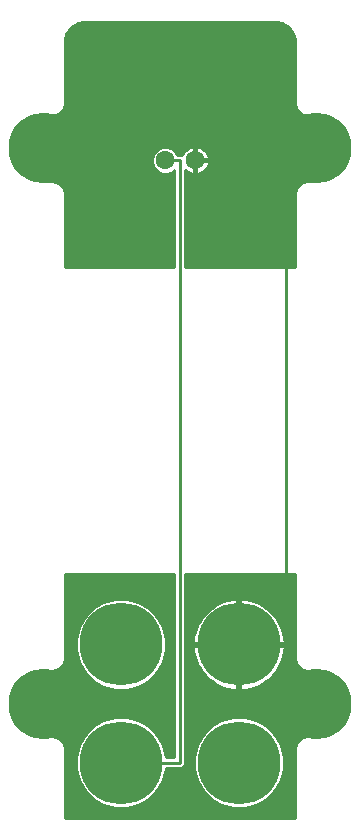
<source format=gbl>
G75*
%MOIN*%
%OFA0B0*%
%FSLAX24Y24*%
%IPPOS*%
%LPD*%
%AMOC8*
5,1,8,0,0,1.08239X$1,22.5*
%
%ADD10C,0.2756*%
%ADD11C,0.0630*%
%ADD12C,0.0100*%
%ADD13C,0.2362*%
D10*
X004874Y003300D03*
X004874Y007237D03*
X008811Y007237D03*
X008811Y003300D03*
D11*
X007351Y023378D03*
X006351Y023378D03*
D12*
X001661Y004415D02*
X001904Y004275D01*
X002175Y004203D01*
X002315Y004193D01*
X002612Y004193D01*
X002795Y004117D01*
X002936Y003977D01*
X003012Y003793D01*
X003012Y001437D01*
X010674Y001437D01*
X010674Y003793D01*
X010750Y003977D01*
X010890Y004117D01*
X011074Y004193D01*
X011370Y004193D01*
X011511Y004203D01*
X011782Y004275D01*
X012025Y004415D01*
X012223Y004614D01*
X012363Y004857D01*
X012436Y005128D01*
X012436Y005408D01*
X012363Y005679D01*
X012223Y005922D01*
X012025Y006121D01*
X011782Y006261D01*
X011511Y006334D01*
X011370Y006343D01*
X011074Y006343D01*
X010890Y006419D01*
X010750Y006560D01*
X010674Y006743D01*
X010674Y009599D01*
X007023Y009599D01*
X007023Y003225D01*
X006917Y003120D01*
X006382Y003120D01*
X006382Y003101D01*
X006280Y002718D01*
X006081Y002374D01*
X005800Y002093D01*
X005456Y001894D01*
X005073Y001792D01*
X004676Y001792D01*
X004292Y001894D01*
X003949Y002093D01*
X003668Y002374D01*
X003469Y002718D01*
X003366Y003101D01*
X003366Y003498D01*
X003469Y003882D01*
X003668Y004226D01*
X003949Y004506D01*
X004292Y004705D01*
X004676Y004808D01*
X005073Y004808D01*
X005456Y004705D01*
X005800Y004506D01*
X006081Y004226D01*
X006280Y003882D01*
X006382Y003498D01*
X006382Y003480D01*
X006663Y003480D01*
X006663Y009599D01*
X003012Y009599D01*
X003012Y006743D01*
X002936Y006560D01*
X002795Y006419D01*
X002612Y006343D01*
X002315Y006343D01*
X002175Y006334D01*
X001904Y006261D01*
X001661Y006121D01*
X001463Y005922D01*
X001322Y005679D01*
X001250Y005408D01*
X001250Y005128D01*
X001322Y004857D01*
X001463Y004614D01*
X001661Y004415D01*
X001714Y004385D02*
X003827Y004385D01*
X003729Y004286D02*
X001884Y004286D01*
X001593Y004483D02*
X003926Y004483D01*
X004080Y004582D02*
X001495Y004582D01*
X001424Y004680D02*
X004250Y004680D01*
X004569Y004779D02*
X001367Y004779D01*
X001317Y004877D02*
X006663Y004877D01*
X006663Y004779D02*
X005180Y004779D01*
X005499Y004680D02*
X006663Y004680D01*
X006663Y004582D02*
X005669Y004582D01*
X005823Y004483D02*
X006663Y004483D01*
X006663Y004385D02*
X005922Y004385D01*
X006020Y004286D02*
X006663Y004286D01*
X006663Y004188D02*
X006103Y004188D01*
X006160Y004089D02*
X006663Y004089D01*
X006663Y003991D02*
X006217Y003991D01*
X006273Y003892D02*
X006663Y003892D01*
X006663Y003794D02*
X006303Y003794D01*
X006330Y003695D02*
X006663Y003695D01*
X006663Y003597D02*
X006356Y003597D01*
X006382Y003498D02*
X006663Y003498D01*
X006843Y003300D02*
X004874Y003300D01*
X004556Y001824D02*
X003012Y001824D01*
X003012Y001922D02*
X004244Y001922D01*
X004073Y002021D02*
X003012Y002021D01*
X003012Y002119D02*
X003922Y002119D01*
X003824Y002218D02*
X003012Y002218D01*
X003012Y002316D02*
X003725Y002316D01*
X003644Y002415D02*
X003012Y002415D01*
X003012Y002513D02*
X003587Y002513D01*
X003530Y002612D02*
X003012Y002612D01*
X003012Y002710D02*
X003473Y002710D01*
X003445Y002809D02*
X003012Y002809D01*
X003012Y002907D02*
X003418Y002907D01*
X003392Y003006D02*
X003012Y003006D01*
X003012Y003104D02*
X003366Y003104D01*
X003366Y003203D02*
X003012Y003203D01*
X003012Y003301D02*
X003366Y003301D01*
X003366Y003400D02*
X003012Y003400D01*
X003012Y003498D02*
X003367Y003498D01*
X003393Y003597D02*
X003012Y003597D01*
X003012Y003695D02*
X003419Y003695D01*
X003446Y003794D02*
X003012Y003794D01*
X002971Y003892D02*
X003475Y003892D01*
X003532Y003991D02*
X002922Y003991D01*
X002823Y004089D02*
X003589Y004089D01*
X003646Y004188D02*
X002625Y004188D01*
X001725Y006158D02*
X003821Y006158D01*
X003919Y006059D02*
X001600Y006059D01*
X001501Y005961D02*
X004068Y005961D01*
X003949Y006030D02*
X004292Y005831D01*
X004676Y005729D01*
X005073Y005729D01*
X005456Y005831D01*
X005800Y006030D01*
X006081Y006311D01*
X006280Y006655D01*
X006382Y007038D01*
X006382Y007435D01*
X006280Y007819D01*
X006081Y008163D01*
X005800Y008443D01*
X005456Y008642D01*
X005073Y008745D01*
X004676Y008745D01*
X004292Y008642D01*
X003949Y008443D01*
X003668Y008163D01*
X003469Y007819D01*
X003366Y007435D01*
X003366Y007038D01*
X003469Y006655D01*
X003668Y006311D01*
X003949Y006030D01*
X003722Y006256D02*
X001896Y006256D01*
X001428Y005862D02*
X004239Y005862D01*
X004544Y005764D02*
X001371Y005764D01*
X001319Y005665D02*
X006663Y005665D01*
X006663Y005567D02*
X001292Y005567D01*
X001266Y005468D02*
X006663Y005468D01*
X006663Y005370D02*
X001250Y005370D01*
X001250Y005271D02*
X006663Y005271D01*
X006663Y005173D02*
X001250Y005173D01*
X001264Y005074D02*
X006663Y005074D01*
X006663Y004976D02*
X001290Y004976D01*
X002641Y006355D02*
X003642Y006355D01*
X003585Y006453D02*
X002830Y006453D01*
X002928Y006552D02*
X003528Y006552D01*
X003472Y006650D02*
X002974Y006650D01*
X003012Y006749D02*
X003444Y006749D01*
X003418Y006847D02*
X003012Y006847D01*
X003012Y006946D02*
X003391Y006946D01*
X003366Y007044D02*
X003012Y007044D01*
X003012Y007143D02*
X003366Y007143D01*
X003366Y007241D02*
X003012Y007241D01*
X003012Y007340D02*
X003366Y007340D01*
X003367Y007438D02*
X003012Y007438D01*
X003012Y007537D02*
X003394Y007537D01*
X003420Y007635D02*
X003012Y007635D01*
X003012Y007734D02*
X003447Y007734D01*
X003477Y007832D02*
X003012Y007832D01*
X003012Y007931D02*
X003534Y007931D01*
X003591Y008029D02*
X003012Y008029D01*
X003012Y008128D02*
X003648Y008128D01*
X003732Y008226D02*
X003012Y008226D01*
X003012Y008325D02*
X003830Y008325D01*
X003929Y008423D02*
X003012Y008423D01*
X003012Y008522D02*
X004085Y008522D01*
X004255Y008620D02*
X003012Y008620D01*
X003012Y008719D02*
X004580Y008719D01*
X005169Y008719D02*
X006663Y008719D01*
X006663Y008817D02*
X003012Y008817D01*
X003012Y008916D02*
X006663Y008916D01*
X006663Y009014D02*
X003012Y009014D01*
X003012Y009113D02*
X006663Y009113D01*
X006663Y009211D02*
X003012Y009211D01*
X003012Y009310D02*
X006663Y009310D01*
X006663Y009408D02*
X003012Y009408D01*
X003012Y009507D02*
X006663Y009507D01*
X007023Y009507D02*
X010674Y009507D01*
X010674Y009408D02*
X007023Y009408D01*
X007023Y009310D02*
X010674Y009310D01*
X010674Y009211D02*
X007023Y009211D01*
X007023Y009113D02*
X010674Y009113D01*
X010674Y009014D02*
X007023Y009014D01*
X007023Y008916D02*
X010674Y008916D01*
X010674Y008817D02*
X007023Y008817D01*
X007023Y008719D02*
X008434Y008719D01*
X008440Y008721D02*
X008296Y008677D01*
X008157Y008620D01*
X008025Y008549D01*
X007900Y008465D01*
X007784Y008370D01*
X007678Y008264D01*
X007583Y008148D01*
X007499Y008023D01*
X007428Y007891D01*
X007371Y007752D01*
X007327Y007608D01*
X007298Y007461D01*
X007283Y007312D01*
X007283Y007287D01*
X008761Y007287D01*
X008761Y008765D01*
X008736Y008765D01*
X008587Y008750D01*
X008440Y008721D01*
X008159Y008620D02*
X007023Y008620D01*
X007023Y008522D02*
X007985Y008522D01*
X007849Y008423D02*
X007023Y008423D01*
X007023Y008325D02*
X007739Y008325D01*
X007647Y008226D02*
X007023Y008226D01*
X007023Y008128D02*
X007569Y008128D01*
X007504Y008029D02*
X007023Y008029D01*
X007023Y007931D02*
X007450Y007931D01*
X007404Y007832D02*
X007023Y007832D01*
X007023Y007734D02*
X007366Y007734D01*
X007336Y007635D02*
X007023Y007635D01*
X007023Y007537D02*
X007313Y007537D01*
X007296Y007438D02*
X007023Y007438D01*
X007023Y007340D02*
X007286Y007340D01*
X007283Y007187D02*
X007283Y007162D01*
X007298Y007012D01*
X007327Y006865D01*
X007371Y006721D01*
X007428Y006583D01*
X007499Y006450D01*
X007583Y006325D01*
X007678Y006209D01*
X007784Y006103D01*
X007900Y006008D01*
X008025Y005924D01*
X008157Y005854D01*
X008296Y005796D01*
X008440Y005753D01*
X008587Y005723D01*
X008736Y005709D01*
X008761Y005709D01*
X008761Y007187D01*
X007283Y007187D01*
X007285Y007143D02*
X007023Y007143D01*
X007023Y007241D02*
X008761Y007241D01*
X008761Y007287D02*
X008761Y007187D01*
X008861Y007187D01*
X008861Y005709D01*
X008886Y005709D01*
X009036Y005723D01*
X009183Y005753D01*
X009327Y005796D01*
X009465Y005854D01*
X009598Y005924D01*
X009723Y006008D01*
X009839Y006103D01*
X009945Y006209D01*
X010040Y006325D01*
X010124Y006450D01*
X010194Y006583D01*
X010252Y006721D01*
X010295Y006865D01*
X010325Y007012D01*
X010339Y007162D01*
X010339Y007187D01*
X008861Y007187D01*
X008861Y007287D01*
X008761Y007287D01*
X008761Y007340D02*
X008861Y007340D01*
X008861Y007287D02*
X008861Y008765D01*
X008886Y008765D01*
X009036Y008750D01*
X009183Y008721D01*
X009327Y008677D01*
X009465Y008620D01*
X009598Y008549D01*
X009723Y008465D01*
X009839Y008370D01*
X009945Y008264D01*
X010040Y008148D01*
X010124Y008023D01*
X010194Y007891D01*
X010252Y007752D01*
X010295Y007608D01*
X010325Y007461D01*
X010339Y007312D01*
X010339Y007287D01*
X008861Y007287D01*
X008861Y007241D02*
X010674Y007241D01*
X010674Y007143D02*
X010338Y007143D01*
X010328Y007044D02*
X010674Y007044D01*
X010674Y006946D02*
X010311Y006946D01*
X010290Y006847D02*
X010674Y006847D01*
X010674Y006749D02*
X010260Y006749D01*
X010222Y006650D02*
X010712Y006650D01*
X010758Y006552D02*
X010178Y006552D01*
X010125Y006453D02*
X010856Y006453D01*
X011045Y006355D02*
X010060Y006355D01*
X009984Y006256D02*
X011790Y006256D01*
X011961Y006158D02*
X009894Y006158D01*
X009786Y006059D02*
X012086Y006059D01*
X012185Y005961D02*
X009652Y005961D01*
X009482Y005862D02*
X012258Y005862D01*
X012315Y005764D02*
X009220Y005764D01*
X008861Y005764D02*
X008761Y005764D01*
X008761Y005862D02*
X008861Y005862D01*
X008861Y005961D02*
X008761Y005961D01*
X008761Y006059D02*
X008861Y006059D01*
X008861Y006158D02*
X008761Y006158D01*
X008761Y006256D02*
X008861Y006256D01*
X008861Y006355D02*
X008761Y006355D01*
X008761Y006453D02*
X008861Y006453D01*
X008861Y006552D02*
X008761Y006552D01*
X008761Y006650D02*
X008861Y006650D01*
X008861Y006749D02*
X008761Y006749D01*
X008761Y006847D02*
X008861Y006847D01*
X008861Y006946D02*
X008761Y006946D01*
X008761Y007044D02*
X008861Y007044D01*
X008861Y007143D02*
X008761Y007143D01*
X008811Y007237D02*
X010386Y007237D01*
X010386Y020229D01*
X010674Y020243D02*
X007023Y020243D01*
X007023Y020145D02*
X010674Y020145D01*
X010674Y020046D02*
X007023Y020046D01*
X007023Y019948D02*
X010674Y019948D01*
X010674Y019849D02*
X007023Y019849D01*
X007023Y019835D02*
X007023Y023049D01*
X007048Y023024D01*
X007107Y022981D01*
X007172Y022947D01*
X007242Y022925D01*
X007314Y022913D01*
X007322Y022913D01*
X007322Y023350D01*
X007380Y023350D01*
X007380Y023407D01*
X007816Y023407D01*
X007816Y023415D01*
X007804Y023487D01*
X007782Y023557D01*
X007748Y023622D01*
X007705Y023681D01*
X007654Y023733D01*
X007594Y023776D01*
X007529Y023809D01*
X007460Y023832D01*
X007387Y023843D01*
X007380Y023843D01*
X007380Y023407D01*
X007322Y023407D01*
X007322Y023843D01*
X007314Y023843D01*
X007242Y023832D01*
X007172Y023809D01*
X007107Y023776D01*
X007048Y023733D01*
X006996Y023681D01*
X006953Y023622D01*
X006920Y023557D01*
X006920Y023556D01*
X006917Y023558D01*
X006758Y023558D01*
X006728Y023630D01*
X006603Y023756D01*
X006439Y023823D01*
X006262Y023823D01*
X006099Y023756D01*
X005974Y023630D01*
X005906Y023467D01*
X005906Y023290D01*
X005974Y023126D01*
X006099Y023001D01*
X006262Y022933D01*
X006439Y022933D01*
X006603Y023001D01*
X006663Y023061D01*
X006663Y019835D01*
X003012Y019835D01*
X003012Y022297D01*
X002936Y022480D01*
X002795Y022621D01*
X002612Y022697D01*
X002315Y022697D01*
X002175Y022706D01*
X001904Y022779D01*
X001661Y022919D01*
X001463Y023118D01*
X001322Y023361D01*
X001250Y023632D01*
X001250Y023912D01*
X001322Y024183D01*
X001463Y024426D01*
X001661Y024625D01*
X001904Y024765D01*
X002175Y024838D01*
X002315Y024847D01*
X002612Y024847D01*
X002795Y024923D01*
X002936Y025064D01*
X003012Y025247D01*
X003012Y027315D01*
X003018Y027404D01*
X003064Y027576D01*
X003153Y027730D01*
X003279Y027856D01*
X003433Y027945D01*
X003604Y027991D01*
X003693Y027996D01*
X009993Y027996D01*
X010081Y027991D01*
X010253Y027945D01*
X010407Y027856D01*
X010533Y027730D01*
X010622Y027576D01*
X010668Y027404D01*
X010674Y027315D01*
X010674Y025247D01*
X010750Y025064D01*
X010890Y024923D01*
X011074Y024847D01*
X011370Y024847D01*
X011511Y024838D01*
X011782Y024765D01*
X012025Y024625D01*
X012223Y024426D01*
X012363Y024183D01*
X012436Y023912D01*
X012436Y023632D01*
X012363Y023361D01*
X012223Y023118D01*
X012025Y022919D01*
X011782Y022779D01*
X011511Y022706D01*
X011370Y022697D01*
X011074Y022697D01*
X010890Y022621D01*
X010750Y022480D01*
X010674Y022297D01*
X010674Y019835D01*
X007023Y019835D01*
X006663Y019849D02*
X003012Y019849D01*
X003012Y019948D02*
X006663Y019948D01*
X006663Y020046D02*
X003012Y020046D01*
X003012Y020145D02*
X006663Y020145D01*
X006663Y020243D02*
X003012Y020243D01*
X003012Y020342D02*
X006663Y020342D01*
X006663Y020440D02*
X003012Y020440D01*
X003012Y020539D02*
X006663Y020539D01*
X006663Y020637D02*
X003012Y020637D01*
X003012Y020736D02*
X006663Y020736D01*
X006663Y020834D02*
X003012Y020834D01*
X003012Y020933D02*
X006663Y020933D01*
X006663Y021031D02*
X003012Y021031D01*
X003012Y021130D02*
X006663Y021130D01*
X006663Y021228D02*
X003012Y021228D01*
X003012Y021327D02*
X006663Y021327D01*
X006663Y021425D02*
X003012Y021425D01*
X003012Y021524D02*
X006663Y021524D01*
X006663Y021622D02*
X003012Y021622D01*
X003012Y021721D02*
X006663Y021721D01*
X006663Y021819D02*
X003012Y021819D01*
X003012Y021918D02*
X006663Y021918D01*
X006663Y022016D02*
X003012Y022016D01*
X003012Y022115D02*
X006663Y022115D01*
X006663Y022213D02*
X003012Y022213D01*
X003006Y022312D02*
X006663Y022312D01*
X006663Y022410D02*
X002965Y022410D01*
X002908Y022509D02*
X006663Y022509D01*
X006663Y022607D02*
X002809Y022607D01*
X002182Y022706D02*
X006663Y022706D01*
X006663Y022804D02*
X001860Y022804D01*
X001689Y022903D02*
X006663Y022903D01*
X006663Y023001D02*
X006603Y023001D01*
X006843Y023378D02*
X006351Y023378D01*
X006521Y023789D02*
X007133Y023789D01*
X007006Y023691D02*
X006667Y023691D01*
X006744Y023592D02*
X006938Y023592D01*
X006843Y023378D02*
X006843Y003300D01*
X007023Y003301D02*
X007303Y003301D01*
X007303Y003203D02*
X007001Y003203D01*
X007023Y003400D02*
X007303Y003400D01*
X007303Y003498D02*
X007303Y003101D01*
X007406Y002718D01*
X007605Y002374D01*
X007886Y002093D01*
X008229Y001894D01*
X008613Y001792D01*
X009010Y001792D01*
X009393Y001894D01*
X009737Y002093D01*
X010018Y002374D01*
X010217Y002718D01*
X010319Y003101D01*
X010319Y003498D01*
X010217Y003882D01*
X010018Y004226D01*
X009737Y004506D01*
X009393Y004705D01*
X009010Y004808D01*
X008613Y004808D01*
X008229Y004705D01*
X007886Y004506D01*
X007605Y004226D01*
X007406Y003882D01*
X007303Y003498D01*
X007304Y003498D02*
X007023Y003498D01*
X007023Y003597D02*
X007330Y003597D01*
X007356Y003695D02*
X007023Y003695D01*
X007023Y003794D02*
X007383Y003794D01*
X007412Y003892D02*
X007023Y003892D01*
X007023Y003991D02*
X007469Y003991D01*
X007526Y004089D02*
X007023Y004089D01*
X007023Y004188D02*
X007583Y004188D01*
X007666Y004286D02*
X007023Y004286D01*
X007023Y004385D02*
X007764Y004385D01*
X007863Y004483D02*
X007023Y004483D01*
X007023Y004582D02*
X008017Y004582D01*
X008187Y004680D02*
X007023Y004680D01*
X007023Y004779D02*
X008506Y004779D01*
X008403Y005764D02*
X007023Y005764D01*
X007023Y005862D02*
X008141Y005862D01*
X007970Y005961D02*
X007023Y005961D01*
X007023Y006059D02*
X007837Y006059D01*
X007729Y006158D02*
X007023Y006158D01*
X007023Y006256D02*
X007639Y006256D01*
X007563Y006355D02*
X007023Y006355D01*
X007023Y006453D02*
X007498Y006453D01*
X007445Y006552D02*
X007023Y006552D01*
X007023Y006650D02*
X007400Y006650D01*
X007363Y006749D02*
X007023Y006749D01*
X007023Y006847D02*
X007333Y006847D01*
X007311Y006946D02*
X007023Y006946D01*
X007023Y007044D02*
X007295Y007044D01*
X006663Y007044D02*
X006382Y007044D01*
X006382Y007143D02*
X006663Y007143D01*
X006663Y007241D02*
X006382Y007241D01*
X006382Y007340D02*
X006663Y007340D01*
X006663Y007438D02*
X006381Y007438D01*
X006355Y007537D02*
X006663Y007537D01*
X006663Y007635D02*
X006329Y007635D01*
X006302Y007734D02*
X006663Y007734D01*
X006663Y007832D02*
X006272Y007832D01*
X006215Y007931D02*
X006663Y007931D01*
X006663Y008029D02*
X006158Y008029D01*
X006101Y008128D02*
X006663Y008128D01*
X006663Y008226D02*
X006017Y008226D01*
X005919Y008325D02*
X006663Y008325D01*
X006663Y008423D02*
X005820Y008423D01*
X005664Y008522D02*
X006663Y008522D01*
X006663Y008620D02*
X005493Y008620D01*
X006358Y006946D02*
X006663Y006946D01*
X006663Y006847D02*
X006331Y006847D01*
X006305Y006749D02*
X006663Y006749D01*
X006663Y006650D02*
X006277Y006650D01*
X006220Y006552D02*
X006663Y006552D01*
X006663Y006453D02*
X006163Y006453D01*
X006107Y006355D02*
X006663Y006355D01*
X006663Y006256D02*
X006027Y006256D01*
X005928Y006158D02*
X006663Y006158D01*
X006663Y006059D02*
X005830Y006059D01*
X005681Y005961D02*
X006663Y005961D01*
X006663Y005862D02*
X005510Y005862D01*
X005204Y005764D02*
X006663Y005764D01*
X007023Y005665D02*
X012367Y005665D01*
X012394Y005567D02*
X007023Y005567D01*
X007023Y005468D02*
X012420Y005468D01*
X012436Y005370D02*
X007023Y005370D01*
X007023Y005271D02*
X012436Y005271D01*
X012436Y005173D02*
X007023Y005173D01*
X007023Y005074D02*
X012422Y005074D01*
X012395Y004976D02*
X007023Y004976D01*
X007023Y004877D02*
X012369Y004877D01*
X012318Y004779D02*
X009117Y004779D01*
X009436Y004680D02*
X012262Y004680D01*
X012191Y004582D02*
X009606Y004582D01*
X009760Y004483D02*
X012093Y004483D01*
X011972Y004385D02*
X009859Y004385D01*
X009957Y004286D02*
X011801Y004286D01*
X011061Y004188D02*
X010040Y004188D01*
X010097Y004089D02*
X010863Y004089D01*
X010764Y003991D02*
X010154Y003991D01*
X010210Y003892D02*
X010715Y003892D01*
X010674Y003794D02*
X010240Y003794D01*
X010267Y003695D02*
X010674Y003695D01*
X010674Y003597D02*
X010293Y003597D01*
X010319Y003498D02*
X010674Y003498D01*
X010674Y003400D02*
X010319Y003400D01*
X010319Y003301D02*
X010674Y003301D01*
X010674Y003203D02*
X010319Y003203D01*
X010319Y003104D02*
X010674Y003104D01*
X010674Y003006D02*
X010294Y003006D01*
X010267Y002907D02*
X010674Y002907D01*
X010674Y002809D02*
X010241Y002809D01*
X010212Y002710D02*
X010674Y002710D01*
X010674Y002612D02*
X010156Y002612D01*
X010099Y002513D02*
X010674Y002513D01*
X010674Y002415D02*
X010042Y002415D01*
X009961Y002316D02*
X010674Y002316D01*
X010674Y002218D02*
X009862Y002218D01*
X009764Y002119D02*
X010674Y002119D01*
X010674Y002021D02*
X009613Y002021D01*
X009442Y001922D02*
X010674Y001922D01*
X010674Y001824D02*
X009130Y001824D01*
X008493Y001824D02*
X005193Y001824D01*
X005505Y001922D02*
X008181Y001922D01*
X008010Y002021D02*
X005676Y002021D01*
X005827Y002119D02*
X007859Y002119D01*
X007761Y002218D02*
X005925Y002218D01*
X006024Y002316D02*
X007662Y002316D01*
X007581Y002415D02*
X006105Y002415D01*
X006162Y002513D02*
X007524Y002513D01*
X007467Y002612D02*
X006219Y002612D01*
X006275Y002710D02*
X007410Y002710D01*
X007382Y002809D02*
X006304Y002809D01*
X006330Y002907D02*
X007355Y002907D01*
X007329Y003006D02*
X006357Y003006D01*
X006382Y003104D02*
X007303Y003104D01*
X008761Y007438D02*
X008861Y007438D01*
X008861Y007537D02*
X008761Y007537D01*
X008761Y007635D02*
X008861Y007635D01*
X008861Y007734D02*
X008761Y007734D01*
X008761Y007832D02*
X008861Y007832D01*
X008861Y007931D02*
X008761Y007931D01*
X008761Y008029D02*
X008861Y008029D01*
X008861Y008128D02*
X008761Y008128D01*
X008761Y008226D02*
X008861Y008226D01*
X008861Y008325D02*
X008761Y008325D01*
X008761Y008423D02*
X008861Y008423D01*
X008861Y008522D02*
X008761Y008522D01*
X008761Y008620D02*
X008861Y008620D01*
X008861Y008719D02*
X008761Y008719D01*
X009189Y008719D02*
X010674Y008719D01*
X010674Y008620D02*
X009463Y008620D01*
X009638Y008522D02*
X010674Y008522D01*
X010674Y008423D02*
X009774Y008423D01*
X009884Y008325D02*
X010674Y008325D01*
X010674Y008226D02*
X009976Y008226D01*
X010054Y008128D02*
X010674Y008128D01*
X010674Y008029D02*
X010119Y008029D01*
X010173Y007931D02*
X010674Y007931D01*
X010674Y007832D02*
X010218Y007832D01*
X010257Y007734D02*
X010674Y007734D01*
X010674Y007635D02*
X010287Y007635D01*
X010310Y007537D02*
X010674Y007537D01*
X010674Y007438D02*
X010327Y007438D01*
X010337Y007340D02*
X010674Y007340D01*
X010674Y001725D02*
X003012Y001725D01*
X003012Y001627D02*
X010674Y001627D01*
X010674Y001528D02*
X003012Y001528D01*
X007023Y020342D02*
X010674Y020342D01*
X010674Y020440D02*
X007023Y020440D01*
X007023Y020539D02*
X010674Y020539D01*
X010674Y020637D02*
X007023Y020637D01*
X007023Y020736D02*
X010674Y020736D01*
X010674Y020834D02*
X007023Y020834D01*
X007023Y020933D02*
X010674Y020933D01*
X010674Y021031D02*
X007023Y021031D01*
X007023Y021130D02*
X010674Y021130D01*
X010674Y021228D02*
X007023Y021228D01*
X007023Y021327D02*
X010674Y021327D01*
X010674Y021425D02*
X007023Y021425D01*
X007023Y021524D02*
X010674Y021524D01*
X010674Y021622D02*
X007023Y021622D01*
X007023Y021721D02*
X010674Y021721D01*
X010674Y021819D02*
X007023Y021819D01*
X007023Y021918D02*
X010674Y021918D01*
X010674Y022016D02*
X007023Y022016D01*
X007023Y022115D02*
X010674Y022115D01*
X010674Y022213D02*
X007023Y022213D01*
X007023Y022312D02*
X010680Y022312D01*
X010721Y022410D02*
X007023Y022410D01*
X007023Y022509D02*
X010778Y022509D01*
X010877Y022607D02*
X007023Y022607D01*
X007023Y022706D02*
X011503Y022706D01*
X011826Y022804D02*
X007023Y022804D01*
X007023Y022903D02*
X011996Y022903D01*
X012107Y023001D02*
X007623Y023001D01*
X007594Y022981D02*
X007654Y023024D01*
X007705Y023075D01*
X007748Y023135D01*
X007782Y023200D01*
X007804Y023269D01*
X007816Y023342D01*
X007816Y023350D01*
X007380Y023350D01*
X007380Y022913D01*
X007387Y022913D01*
X007460Y022925D01*
X007529Y022947D01*
X007594Y022981D01*
X007723Y023100D02*
X012205Y023100D01*
X012270Y023198D02*
X007781Y023198D01*
X007809Y023297D02*
X012327Y023297D01*
X012373Y023395D02*
X007380Y023395D01*
X007380Y023297D02*
X007322Y023297D01*
X007322Y023198D02*
X007380Y023198D01*
X007380Y023100D02*
X007322Y023100D01*
X007322Y023001D02*
X007380Y023001D01*
X007380Y023494D02*
X007322Y023494D01*
X007322Y023592D02*
X007380Y023592D01*
X007380Y023691D02*
X007322Y023691D01*
X007322Y023789D02*
X007380Y023789D01*
X007568Y023789D02*
X012436Y023789D01*
X012436Y023691D02*
X007696Y023691D01*
X007764Y023592D02*
X012426Y023592D01*
X012399Y023494D02*
X007802Y023494D01*
X007078Y023001D02*
X007023Y023001D01*
X006098Y023001D02*
X001579Y023001D01*
X001480Y023100D02*
X006000Y023100D01*
X005944Y023198D02*
X001416Y023198D01*
X001359Y023297D02*
X005906Y023297D01*
X005906Y023395D02*
X001313Y023395D01*
X001287Y023494D02*
X005917Y023494D01*
X005958Y023592D02*
X001260Y023592D01*
X001250Y023691D02*
X006034Y023691D01*
X006181Y023789D02*
X001250Y023789D01*
X001250Y023888D02*
X012436Y023888D01*
X012416Y023986D02*
X001270Y023986D01*
X001296Y024085D02*
X012390Y024085D01*
X012363Y024183D02*
X001322Y024183D01*
X001379Y024282D02*
X012307Y024282D01*
X012250Y024380D02*
X001436Y024380D01*
X001515Y024479D02*
X012171Y024479D01*
X012072Y024577D02*
X001614Y024577D01*
X001750Y024676D02*
X011936Y024676D01*
X011747Y024774D02*
X001939Y024774D01*
X002675Y024873D02*
X011011Y024873D01*
X010842Y024971D02*
X002844Y024971D01*
X002939Y025070D02*
X010747Y025070D01*
X010706Y025168D02*
X002980Y025168D01*
X003012Y025267D02*
X010674Y025267D01*
X010674Y025365D02*
X003012Y025365D01*
X003012Y025464D02*
X010674Y025464D01*
X010674Y025562D02*
X003012Y025562D01*
X003012Y025661D02*
X010674Y025661D01*
X010674Y025759D02*
X003012Y025759D01*
X003012Y025858D02*
X010674Y025858D01*
X010674Y025956D02*
X003012Y025956D01*
X003012Y026055D02*
X010674Y026055D01*
X010674Y026153D02*
X003012Y026153D01*
X003012Y026252D02*
X010674Y026252D01*
X010674Y026350D02*
X003012Y026350D01*
X003012Y026449D02*
X010674Y026449D01*
X010674Y026547D02*
X003012Y026547D01*
X003012Y026646D02*
X010674Y026646D01*
X010674Y026744D02*
X003012Y026744D01*
X003012Y026843D02*
X010674Y026843D01*
X010674Y026941D02*
X003012Y026941D01*
X003012Y027040D02*
X010674Y027040D01*
X010674Y027138D02*
X003012Y027138D01*
X003012Y027237D02*
X010674Y027237D01*
X010672Y027335D02*
X003014Y027335D01*
X003026Y027434D02*
X010660Y027434D01*
X010633Y027532D02*
X003052Y027532D01*
X003096Y027631D02*
X010590Y027631D01*
X010533Y027729D02*
X003153Y027729D01*
X003251Y027828D02*
X010435Y027828D01*
X010285Y027926D02*
X003401Y027926D01*
D13*
X002315Y023772D03*
X002315Y005268D03*
X011370Y005268D03*
X011370Y023772D03*
M02*

</source>
